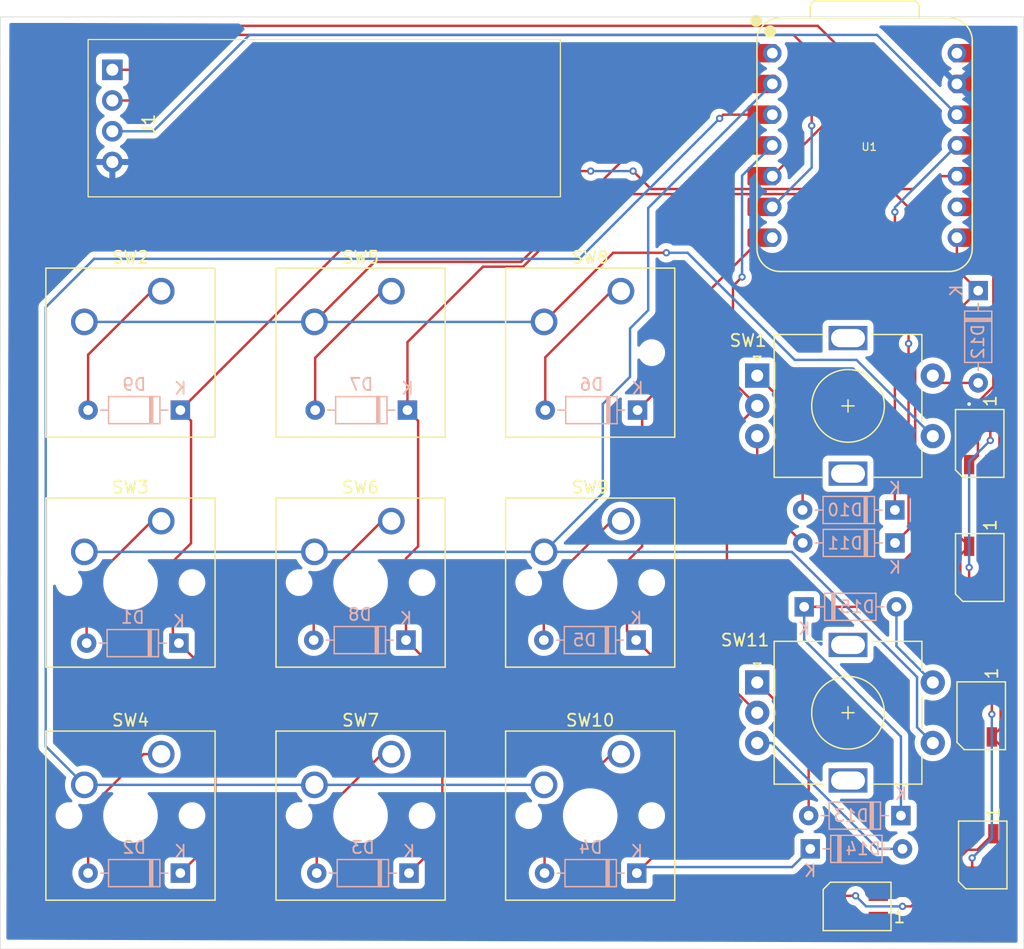
<source format=kicad_pcb>
(kicad_pcb (version 20241229) (generator "pcbnew") (generator_version "9.0")
  (layers (0 "F.Cu" signal) (2 "B.Cu" signal) (13 "F.Paste" user) (15 "B.Paste" user) (5 "F.SilkS" user "F.Silkscreen") (7 "B.SilkS" user "B.Silkscreen") (1 "F.Mask" user) (3 "B.Mask" user) (25 "Edge.Cuts" user))
  (net 0 "")
  (net 1 "Net-(D1-A)")
  (net 2 "R1")
  (net 3 "Net-(D2-A)")
  (net 4 "Net-(D3-A)")
  (net 5 "R2")
  (net 6 "Net-(D4-A)")
  (net 7 "R3")
  (net 8 "Net-(D5-A)")
  (net 9 "Net-(D6-A)")
  (net 10 "Net-(D7-A)")
  (net 11 "Net-(D8-A)")
  (net 12 "Net-(D9-A)")
  (net 13 "Net-(D10-A)")
  (net 14 "Net-(D11-A)")
  (net 15 "Net-(D12-A)")
  (net 16 "R4")
  (net 17 "Net-(D13-A)")
  (net 18 "Net-(D14-A)")
  (net 19 "Net-(D15-A)")
  (net 20 "5V")
  (net 21 "Net-(D16-DOUT)")
  (net 22 "GND")
  (net 23 "SCK")
  (net 24 "Net-(D17-DOUT)")
  (net 25 "Net-(D18-DOUT)")
  (net 26 "Net-(D19-DOUT)")
  (net 28 "SCL")
  (net 29 "SDA")
  (net 30 "3V3")
  (net 31 "C4")
  (net 32 "C1")
  (net 33 "C2")
  (net 34 "C3")
  (footprint "Rotary_Encoder:RotaryEncoder_Alps_EC11E-Switch_Vertical_H20mm" (layer "F.Cu") (at 181.25 79.5)
    (property "Reference" "SW11" (at -1 -3.5 0) (layer "F.SilkS"))
    (property "Value" "RotaryEncoder_Switch")
    (pad "A" thru_hole rect (at 0 0) (size 2 2) (drill 1) (layers "*.Cu" "*.Mask") (net 17 "Net-(D13-A)"))
    (pad "B" thru_hole circle (at 0 5) (size 2 2) (drill 1) (layers "*.Cu" "*.Mask") (net 18 "Net-(D14-A)"))
    (pad "C" thru_hole circle (at 0 2.5) (size 2 2) (drill 1) (layers "*.Cu" "*.Mask") (net 31 "C4"))
    (pad "MP" thru_hole rect (at 7.5 -3.1) (size 3.2 2) (drill oval 2.8 1.5) (layers "*.Cu" "*.Mask"))
    (pad "MP" thru_hole rect (at 7.5 8.1) (size 3.2 2) (drill oval 2.8 1.5) (layers "*.Cu" "*.Mask"))
    (pad "S1" thru_hole circle (at 14.5 5) (size 2 2) (drill 1) (layers "*.Cu" "*.Mask") (net 33 "C2"))
    (pad "S2" thru_hole circle (at 14.5 0) (size 2 2) (drill 1) (layers "*.Cu" "*.Mask") (net 19 "Net-(D15-A)"))
  )
  (footprint "Button_Switch_Keyboard:SW_Cherry_MX_1.00u_PCB" (layer "F.Cu") (at 132.04 85.42)
    (property "Reference" "SW4" (at -2.54 -2.794 0) (layer "F.SilkS"))
    (property "Value" "SW_Push")
    (pad "" np_thru_hole circle (at -7.62 5.08) (size 1.7 1.7) (drill 1.7) (layers "*.Cu" "*.Mask"))
    (pad "" np_thru_hole circle (at -2.54 5.08) (size 4 4) (drill 4) (layers "*.Cu" "*.Mask"))
    (pad "" np_thru_hole circle (at 2.54 5.08) (size 1.7 1.7) (drill 1.7) (layers "*.Cu" "*.Mask"))
    (pad "1" thru_hole circle (at 0 0) (size 2.2 2.2) (drill 1.5) (layers "*.Cu" "*.Mask") (net 3 "Net-(D2-A)"))
    (pad "2" thru_hole circle (at -6.35 2.54) (size 2.2 2.2) (drill 1.5) (layers "*.Cu" "*.Mask") (net 34 "C3"))
  )
  (footprint "Button_Switch_Keyboard:SW_Cherry_MX_1.00u_PCB" (layer "F.Cu") (at 170 66.17)
    (property "Reference" "SW9" (at -2.54 -2.794 0) (layer "F.SilkS"))
    (property "Value" "SW_Push")
    (pad "" np_thru_hole circle (at -7.62 5.08) (size 1.7 1.7) (drill 1.7) (layers "*.Cu" "*.Mask"))
    (pad "" np_thru_hole circle (at -2.54 5.08) (size 4 4) (drill 4) (layers "*.Cu" "*.Mask"))
    (pad "" np_thru_hole circle (at 2.54 5.08) (size 1.7 1.7) (drill 1.7) (layers "*.Cu" "*.Mask"))
    (pad "1" thru_hole circle (at 0 0) (size 2.2 2.2) (drill 1.5) (layers "*.Cu" "*.Mask") (net 8 "Net-(D5-A)"))
    (pad "2" thru_hole circle (at -6.35 2.54) (size 2.2 2.2) (drill 1.5) (layers "*.Cu" "*.Mask") (net 33 "C2"))
  )
  (footprint "LED_SMD:LED_SK6812MINI_PLCC4_3.5x3.5mm_P1.75mm" (layer "F.Cu") (at 199.625 70 -90)
    (property "Reference" "D17" (hide yes))
    (property "Value" "SK6812MINI")
    (fp_text user "1" (at -3.5 -0.875 90) (layer "F.SilkS"))
    (pad "1" smd rect (at -1.75 -0.875 270) (size 1.6 0.85) (layers "F.Cu" "F.Mask" "F.Paste") (net 24 "Net-(D17-DOUT)"))
    (pad "2" smd rect (at -1.75 0.875 270) (size 1.6 0.85) (layers "F.Cu" "F.Mask" "F.Paste") (net 22 "GND"))
    (pad "3" smd rect (at 1.75 0.875 270) (size 1.6 0.85) (layers "F.Cu" "F.Mask" "F.Paste") (net 21 "Net-(D16-DOUT)"))
    (pad "4" smd rect (at 1.75 -0.875 270) (size 1.6 0.85) (layers "F.Cu" "F.Mask" "F.Paste") (net 20 "5V"))
  )
  (footprint "Connector_PinHeader_2.54mm:PinHeader_1x04_P2.54mm_Vertical" (layer "F.Cu") (at 128 28.88)
    (property "Reference" "J1" (at 3 4.5 90) (layer "F.SilkS"))
    (property "Value" "OLED")
    (pad "1" thru_hole rect (at 0 0) (size 1.7 1.7) (drill 1) (layers "*.Cu" "*.Mask") (net 29 "SDA"))
    (pad "2" thru_hole oval (at 0 2.54) (size 1.7 1.7) (drill 1) (layers "*.Cu" "*.Mask") (net 28 "SCL"))
    (pad "3" thru_hole oval (at 0 5.08) (size 1.7 1.7) (drill 1) (layers "*.Cu" "*.Mask") (net 30 "3V3"))
    (pad "4" thru_hole oval (at 0 7.62) (size 1.7 1.7) (drill 1) (layers "*.Cu" "*.Mask") (net 22 "GND"))
  )
  (footprint "LED_SMD:LED_SK6812MINI_PLCC4_3.5x3.5mm_P1.75mm" (layer "F.Cu") (at 189.5 98 180)
    (property "Reference" "D20" (hide yes))
    (property "Value" "SK6812MINI")
    (fp_text user "1" (at -3.5 -0.875 0) (layer "F.SilkS"))
    (pad "1" smd rect (at -1.75 -0.875 180) (size 1.6 0.85) (layers "F.Cu" "F.Mask" "F.Paste"))
    (pad "2" smd rect (at -1.75 0.875 180) (size 1.6 0.85) (layers "F.Cu" "F.Mask" "F.Paste") (net 22 "GND"))
    (pad "3" smd rect (at 1.75 0.875 180) (size 1.6 0.85) (layers "F.Cu" "F.Mask" "F.Paste") (net 26 "Net-(D19-DOUT)"))
    (pad "4" smd rect (at 1.75 -0.875 180) (size 1.6 0.85) (layers "F.Cu" "F.Mask" "F.Paste") (net 20 "5V"))
  )
  (footprint "a:XIAO-RP2040-DIP" (layer "F.Cu") (at 190.12 35.13)
    (property "Reference" "U1" (at 0.38 0.12 0) (layer "F.SilkS") (effects (font (size 0.635 0.635) (thickness 0.1016))))
    (property "Value" "XIAO-RP2040-DIP")
    (pad "1" smd roundrect (at -8.455 -7.62 180) (size 2.432 1.524) (layers "F.Cu" "F.Mask") (roundrect_rratio 0.1) (net 32 "C1"))
    (pad "1" thru_hole circle (at -7.62 -7.62 180) (size 1.524 1.524) (drill 0.889) (layers "*.Cu" "*.Mask") (net 32 "C1"))
    (pad "2" smd roundrect (at -8.455 -5.08 180) (size 2.432 1.524) (layers "F.Cu" "F.Mask") (roundrect_rratio 0.1) (net 33 "C2"))
    (pad "2" thru_hole circle (at -7.62 -5.08 180) (size 1.524 1.524) (drill 0.889) (layers "*.Cu" "*.Mask") (net 33 "C2"))
    (pad "3" smd roundrect (at -8.455 -2.54 180) (size 2.432 1.524) (layers "F.Cu" "F.Mask") (roundrect_rratio 0.1) (net 34 "C3"))
    (pad "3" thru_hole circle (at -7.62 -2.54 180) (size 1.524 1.524) (drill 0.889) (layers "*.Cu" "*.Mask") (net 34 "C3"))
    (pad "4" smd roundrect (at -8.455 0 180) (size 2.432 1.524) (layers "F.Cu" "F.Mask") (roundrect_rratio 0.1) (net 31 "C4"))
    (pad "4" thru_hole circle (at -7.62 0 180) (size 1.524 1.524) (drill 0.889) (layers "*.Cu" "*.Mask") (net 31 "C4"))
    (pad "5" smd roundrect (at -8.455 2.54 180) (size 2.432 1.524) (layers "F.Cu" "F.Mask") (roundrect_rratio 0.1) (net 29 "SDA"))
    (pad "5" thru_hole circle (at -7.62 2.54 180) (size 1.524 1.524) (drill 0.889) (layers "*.Cu" "*.Mask") (net 29 "SDA"))
    (pad "6" smd roundrect (at -8.455 5.08 180) (size 2.432 1.524) (layers "F.Cu" "F.Mask") (roundrect_rratio 0.1) (net 28 "SCL"))
    (pad "6" thru_hole circle (at -7.62 5.08 180) (size 1.524 1.524) (drill 0.889) (layers "*.Cu" "*.Mask") (net 28 "SCL"))
    (pad "7" smd roundrect (at -8.455 7.62 180) (size 2.432 1.524) (layers "F.Cu" "F.Mask") (roundrect_rratio 0.1) (net 7 "R3"))
    (pad "7" thru_hole circle (at -7.62 7.62 180) (size 1.524 1.524) (drill 0.889) (layers "*.Cu" "*.Mask") (net 7 "R3"))
    (pad "8" thru_hole circle (at 7.62 7.62) (size 1.524 1.524) (drill 0.889) (layers "*.Cu" "*.Mask") (net 16 "R4"))
    (pad "8" smd roundrect (at 8.455 7.62) (size 2.432 1.524) (layers "F.Cu" "F.Mask") (roundrect_rratio 0.1) (net 16 "R4"))
    (pad "9" thru_hole circle (at 7.62 5.08) (size 1.524 1.524) (drill 0.889) (layers "*.Cu" "*.Mask") (net 23 "SCK"))
    (pad "9" smd roundrect (at 8.455 5.08) (size 2.432 1.524) (layers "F.Cu" "F.Mask") (roundrect_rratio 0.1) (net 23 "SCK"))
    (pad "10" thru_hole circle (at 7.62 2.54) (size 1.524 1.524) (drill 0.889) (layers "*.Cu" "*.Mask") (net 5 "R2"))
    (pad "10" smd roundrect (at 8.455 2.54) (size 2.432 1.524) (layers "F.Cu" "F.Mask") (roundrect_rratio 0.1) (net 5 "R2"))
    (pad "11" thru_hole circle (at 7.62 0) (size 1.524 1.524) (drill 0.889) (layers "*.Cu" "*.Mask") (net 2 "R1"))
    (pad "11" smd roundrect (at 8.455 0) (size 2.432 1.524) (layers "F.Cu" "F.Mask") (roundrect_rratio 0.1) (net 2 "R1"))
    (pad "12" thru_hole circle (at 7.62 -2.54) (size 1.524 1.524) (drill 0.889) (layers "*.Cu" "*.Mask") (net 30 "3V3"))
    (pad "12" smd roundrect (at 8.455 -2.54) (size 2.432 1.524) (layers "F.Cu" "F.Mask") (roundrect_rratio 0.1) (net 30 "3V3"))
    (pad "13" thru_hole circle (at 7.62 -5.08) (size 1.524 1.524) (drill 0.889) (layers "*.Cu" "*.Mask") (net 22 "GND"))
    (pad "13" smd roundrect (at 8.455 -5.08) (size 2.432 1.524) (layers "F.Cu" "F.Mask") (roundrect_rratio 0.1) (net 22 "GND"))
    (pad "14" thru_hole circle (at 7.62 -7.62) (size 1.524 1.524) (drill 0.889) (layers "*.Cu" "*.Mask") (net 20 "5V"))
    (pad "14" smd roundrect (at 8.455 -7.62) (size 2.432 1.524) (layers "F.Cu" "F.Mask") (roundrect_rratio 0.1) (net 20 "5V"))
  )
  (footprint "Button_Switch_Keyboard:SW_Cherry_MX_1.00u_PCB" (layer "F.Cu") (at 132.04 47.17)
    (property "Reference" "SW2" (at -2.54 -2.794 0) (layer "F.SilkS"))
    (property "Value" "SW_Push")
    (pad "" np_thru_hole circle (at -7.62 5.08) (size 1.7 1.7) (drill 1.7) (layers "*.Cu" "*.Mask"))
    (pad "" np_thru_hole circle (at -2.54 5.08) (size 4 4) (drill 4) (layers "*.Cu" "*.Mask"))
    (pad "" np_thru_hole circle (at 2.54 5.08) (size 1.7 1.7) (drill 1.7) (layers "*.Cu" "*.Mask"))
    (pad "1" thru_hole circle (at 0 0) (size 2.2 2.2) (drill 1.5) (layers "*.Cu" "*.Mask") (net 12 "Net-(D9-A)"))
    (pad "2" thru_hole circle (at -6.35 2.54) (size 2.2 2.2) (drill 1.5) (layers "*.Cu" "*.Mask") (net 32 "C1"))
  )
  (footprint "LED_SMD:LED_SK6812MINI_PLCC4_3.5x3.5mm_P1.75mm" (layer "F.Cu") (at 199.875 93.75 -90)
    (property "Reference" "D19" (hide yes))
    (property "Value" "SK6812MINI")
    (fp_text user "1" (at -3.5 -0.875 90) (layer "F.SilkS"))
    (pad "1" smd rect (at -1.75 -0.875 270) (size 1.6 0.85) (layers "F.Cu" "F.Mask" "F.Paste") (net 26 "Net-(D19-DOUT)"))
    (pad "2" smd rect (at -1.75 0.875 270) (size 1.6 0.85) (layers "F.Cu" "F.Mask" "F.Paste") (net 22 "GND"))
    (pad "3" smd rect (at 1.75 0.875 270) (size 1.6 0.85) (layers "F.Cu" "F.Mask" "F.Paste") (net 25 "Net-(D18-DOUT)"))
    (pad "4" smd rect (at 1.75 -0.875 270) (size 1.6 0.85) (layers "F.Cu" "F.Mask" "F.Paste") (net 20 "5V"))
  )
  (footprint "Button_Switch_Keyboard:SW_Cherry_MX_1.00u_PCB" (layer "F.Cu") (at 132.04 66.17)
    (property "Reference" "SW3" (at -2.54 -2.794 0) (layer "F.SilkS"))
    (property "Value" "SW_Push")
    (pad "" np_thru_hole circle (at -7.62 5.08) (size 1.7 1.7) (drill 1.7) (layers "*.Cu" "*.Mask"))
    (pad "" np_thru_hole circle (at -2.54 5.08) (size 4 4) (drill 4) (layers "*.Cu" "*.Mask"))
    (pad "" np_thru_hole circle (at 2.54 5.08) (size 1.7 1.7) (drill 1.7) (layers "*.Cu" "*.Mask"))
    (pad "1" thru_hole circle (at 0 0) (size 2.2 2.2) (drill 1.5) (layers "*.Cu" "*.Mask") (net 1 "Net-(D1-A)"))
    (pad "2" thru_hole circle (at -6.35 2.54) (size 2.2 2.2) (drill 1.5) (layers "*.Cu" "*.Mask") (net 33 "C2"))
  )
  (footprint "LED_SMD:LED_SK6812MINI_PLCC4_3.5x3.5mm_P1.75mm" (layer "F.Cu") (at 199.625 59.75 -90)
    (property "Reference" "D16" (hide yes))
    (property "Value" "SK6812MINI" (hide yes))
    (fp_text user "1" (at -3.5 -0.875 90) (layer "F.SilkS"))
    (pad "1" smd rect (at -1.75 -0.875 270) (size 1.6 0.85) (layers "F.Cu" "F.Mask" "F.Paste") (net 21 "Net-(D16-DOUT)"))
    (pad "2" smd rect (at -1.75 0.875 270) (size 1.6 0.85) (layers "F.Cu" "F.Mask" "F.Paste") (net 22 "GND"))
    (pad "3" smd rect (at 1.75 0.875 270) (size 1.6 0.85) (layers "F.Cu" "F.Mask" "F.Paste") (net 23 "SCK"))
    (pad "4" smd rect (at 1.75 -0.875 270) (size 1.6 0.85) (layers "F.Cu" "F.Mask" "F.Paste") (net 20 "5V"))
  )
  (footprint "Button_Switch_Keyboard:SW_Cherry_MX_1.00u_PCB" (layer "F.Cu") (at 170 85.42)
    (property "Reference" "SW10" (at -2.54 -2.794 0) (layer "F.SilkS"))
    (property "Value" "SW_Push")
    (pad "" np_thru_hole circle (at -7.62 5.08) (size 1.7 1.7) (drill 1.7) (layers "*.Cu" "*.Mask"))
    (pad "" np_thru_hole circle (at -2.54 5.08) (size 4 4) (drill 4) (layers "*.Cu" "*.Mask"))
    (pad "" np_thru_hole circle (at 2.54 5.08) (size 1.7 1.7) (drill 1.7) (layers "*.Cu" "*.Mask"))
    (pad "1" thru_hole circle (at 0 0) (size 2.2 2.2) (drill 1.5) (layers "*.Cu" "*.Mask") (net 6 "Net-(D4-A)"))
    (pad "2" thru_hole circle (at -6.35 2.54) (size 2.2 2.2) (drill 1.5) (layers "*.Cu" "*.Mask") (net 34 "C3"))
  )
  (footprint "Rotary_Encoder:RotaryEncoder_Alps_EC11E-Switch_Vertical_H20mm" (layer "F.Cu") (at 181.25 54.15)
    (property "Reference" "SW1" (at -0.75 -2.9 0) (layer "F.SilkS"))
    (property "Value" "RotaryEncoder_Switch")
    (pad "A" thru_hole rect (at 0 0) (size 2 2) (drill 1) (layers "*.Cu" "*.Mask") (net 13 "Net-(D10-A)"))
    (pad "B" thru_hole circle (at 0 5) (size 2 2) (drill 1) (layers "*.Cu" "*.Mask") (net 14 "Net-(D11-A)"))
    (pad "C" thru_hole circle (at 0 2.5) (size 2 2) (drill 1) (layers "*.Cu" "*.Mask") (net 31 "C4"))
    (pad "MP" thru_hole rect (at 7.5 -3.1) (size 3.2 2) (drill oval 2.8 1.5) (layers "*.Cu" "*.Mask"))
    (pad "MP" thru_hole rect (at 7.5 8.1) (size 3.2 2) (drill oval 2.8 1.5) (layers "*.Cu" "*.Mask"))
    (pad "S1" thru_hole circle (at 14.5 5) (size 2 2) (drill 1) (layers "*.Cu" "*.Mask") (net 32 "C1"))
    (pad "S2" thru_hole circle (at 14.5 0) (size 2 2) (drill 1) (layers "*.Cu" "*.Mask") (net 15 "Net-(D12-A)"))
  )
  (footprint "Button_Switch_Keyboard:SW_Cherry_MX_1.00u_PCB" (layer "F.Cu") (at 170 47.17)
    (property "Reference" "SW8" (at -2.54 -2.794 0) (layer "F.SilkS"))
    (property "Value" "SW_Push")
    (pad "" np_thru_hole circle (at -7.62 5.08) (size 1.7 1.7) (drill 1.7) (layers "*.Cu" "*.Mask"))
    (pad "" np_thru_hole circle (at -2.54 5.08) (size 4 4) (drill 4) (layers "*.Cu" "*.Mask"))
    (pad "" np_thru_hole circle (at 2.54 5.08) (size 1.7 1.7) (drill 1.7) (layers "*.Cu" "*.Mask"))
    (pad "1" thru_hole circle (at 0 0) (size 2.2 2.2) (drill 1.5) (layers "*.Cu" "*.Mask") (net 9 "Net-(D6-A)"))
    (pad "2" thru_hole circle (at -6.35 2.54) (size 2.2 2.2) (drill 1.5) (layers "*.Cu" "*.Mask") (net 32 "C1"))
  )
  (footprint "Button_Switch_Keyboard:SW_Cherry_MX_1.00u_PCB" (layer "F.Cu") (at 151.04 85.42)
    (property "Reference" "SW7" (at -2.54 -2.794 0) (layer "F.SilkS"))
    (property "Value" "SW_Push")
    (pad "" np_thru_hole circle (at -7.62 5.08) (size 1.7 1.7) (drill 1.7) (layers "*.Cu" "*.Mask"))
    (pad "" np_thru_hole circle (at -2.54 5.08) (size 4 4) (drill 4) (layers "*.Cu" "*.Mask"))
    (pad "" np_thru_hole circle (at 2.54 5.08) (size 1.7 1.7) (drill 1.7) (layers "*.Cu" "*.Mask"))
    (pad "1" thru_hole circle (at 0 0) (size 2.2 2.2) (drill 1.5) (layers "*.Cu" "*.Mask") (net 4 "Net-(D3-A)"))
    (pad "2" thru_hole circle (at -6.35 2.54) (size 2.2 2.2) (drill 1.5) (layers "*.Cu" "*.Mask") (net 34 "C3"))
  )
  (footprint "LED_SMD:LED_SK6812MINI_PLCC4_3.5x3.5mm_P1.75mm" (layer "F.Cu") (at 199.75 82.25 -90)
    (property "Reference" "D18" (hide yes))
    (property "Value" "SK6812MINI")
    (fp_text user "1" (at -3.5 -0.875 90) (layer "F.SilkS"))
    (pad "1" smd rect (at -1.75 -0.875 270) (size 1.6 0.85) (layers "F.Cu" "F.Mask" "F.Paste") (net 25 "Net-(D18-DOUT)"))
    (pad "2" smd rect (at -1.75 0.875 270) (size 1.6 0.85) (layers "F.Cu" "F.Mask" "F.Paste") (net 22 "GND"))
    (pad "3" smd rect (at 1.75 0.875 270) (size 1.6 0.85) (layers "F.Cu" "F.Mask" "F.Paste") (net 24 "Net-(D17-DOUT)"))
    (pad "4" smd rect (at 1.75 -0.875 270) (size 1.6 0.85) (layers "F.Cu" "F.Mask" "F.Paste") (net 20 "5V"))
  )
  (footprint "Button_Switch_Keyboard:SW_Cherry_MX_1.00u_PCB" (layer "F.Cu") (at 151.04 66.17)
    (property "Reference" "SW6" (at -2.54 -2.794 0) (layer "F.SilkS"))
    (property "Value" "SW_Push")
    (pad "" np_thru_hole circle (at -7.62 5.08) (size 1.7 1.7) (drill 1.7) (layers "*.Cu" "*.Mask"))
    (pad "" np_thru_hole circle (at -2.54 5.08) (size 4 4) (drill 4) (layers "*.Cu" "*.Mask"))
    (pad "" np_thru_hole circle (at 2.54 5.08) (size 1.7 1.7) (drill 1.7) (layers "*.Cu" "*.Mask"))
    (pad "1" thru_hole circle (at 0 0) (size 2.2 2.2) (drill 1.5) (layers "*.Cu" "*.Mask") (net 11 "Net-(D8-A)"))
    (pad "2" thru_hole circle (at -6.35 2.54) (size 2.2 2.2) (drill 1.5) (layers "*.Cu" "*.Mask") (net 33 "C2"))
  )
  (footprint "Button_Switch_Keyboard:SW_Cherry_MX_1.00u_PCB" (layer "F.Cu") (at 151.04 47.17)
    (property "Reference" "SW5" (at -2.54 -2.794 0) (layer "F.SilkS"))
    (property "Value" "SW_Push")
    (pad "" np_thru_hole circle (at -7.62 5.08) (size 1.7 1.7) (drill 1.7) (layers "*.Cu" "*.Mask"))
    (pad "" np_thru_hole circle (at -2.54 5.08) (size 4 4) (drill 4) (layers "*.Cu" "*.Mask"))
    (pad "" np_thru_hole circle (at 2.54 5.08) (size 1.7 1.7) (drill 1.7) (layers "*.Cu" "*.Mask"))
    (pad "1" thru_hole circle (at 0 0) (size 2.2 2.2) (drill 1.5) (layers "*.Cu" "*.Mask") (net 10 "Net-(D7-A)"))
    (pad "2" thru_hole circle (at -6.35 2.54) (size 2.2 2.2) (drill 1.5) (layers "*.Cu" "*.Mask") (net 32 "C1"))
  )
  (footprint "Diode_THT:D_DO-35_SOD27_P7.62mm_Horizontal" (layer "B.Cu") (at 133.5 76.25 180)
    (property "Reference" "D1" (at 3.81 2.12 0) (layer "B.SilkS") (effects (justify mirror)))
    (property "Value" "1N4148")
    (fp_text user "K" (at 0 1.8 0) (layer "B.SilkS") (effects (justify mirror)))
    (pad "1" thru_hole rect (at 0 0 180) (size 1.6 1.6) (drill 0.8) (layers "*.Cu" "*.Mask") (net 2 "R1"))
    (pad "2" thru_hole oval (at 7.62 0 180) (size 1.6 1.6) (drill 0.8) (layers "*.Cu" "*.Mask") (net 1 "Net-(D1-A)"))
  )
  (footprint "Diode_THT:D_DO-35_SOD27_P7.62mm_Horizontal" (layer "B.Cu") (at 185.13 73.25)
    (property "Reference" "D15" (at 4.37 0 0) (layer "B.SilkS") (effects (justify mirror)))
    (property "Value" "1N4148")
    (fp_text user "K" (at 0 1.8 0) (layer "B.SilkS") (effects (justify mirror)))
    (pad "1" thru_hole rect (at 0 0) (size 1.6 1.6) (drill 0.8) (layers "*.Cu" "*.Mask") (net 16 "R4"))
    (pad "2" thru_hole oval (at 7.62 0) (size 1.6 1.6) (drill 0.8) (layers "*.Cu" "*.Mask") (net 19 "Net-(D15-A)"))
  )
  (footprint "Diode_THT:D_DO-35_SOD27_P7.62mm_Horizontal" (layer "B.Cu") (at 171.37 57 180)
    (property "Reference" "D6" (at 3.81 2.12 0) (layer "B.SilkS") (effects (justify mirror)))
    (property "Value" "1N4148")
    (fp_text user "K" (at 0 1.8 0) (layer "B.SilkS") (effects (justify mirror)))
    (pad "1" thru_hole rect (at 0 0 180) (size 1.6 1.6) (drill 0.8) (layers "*.Cu" "*.Mask") (net 7 "R3"))
    (pad "2" thru_hole oval (at 7.62 0 180) (size 1.6 1.6) (drill 0.8) (layers "*.Cu" "*.Mask") (net 9 "Net-(D6-A)"))
  )
  (footprint "Diode_THT:D_DO-35_SOD27_P7.62mm_Horizontal" (layer "B.Cu") (at 133.62 95.25 180)
    (property "Reference" "D2" (at 3.81 2.12 0) (layer "B.SilkS") (effects (justify mirror)))
    (property "Value" "1N4148")
    (fp_text user "K" (at 0 1.8 0) (layer "B.SilkS") (effects (justify mirror)))
    (pad "1" thru_hole rect (at 0 0 180) (size 1.6 1.6) (drill 0.8) (layers "*.Cu" "*.Mask") (net 2 "R1"))
    (pad "2" thru_hole oval (at 7.62 0 180) (size 1.6 1.6) (drill 0.8) (layers "*.Cu" "*.Mask") (net 3 "Net-(D2-A)"))
  )
  (footprint "Diode_THT:D_DO-35_SOD27_P7.62mm_Horizontal" (layer "B.Cu") (at 171.25 76 180)
    (property "Reference" "D5" (at 4.25 0 0) (layer "B.SilkS") (effects (justify mirror)))
    (property "Value" "1N4148")
    (fp_text user "K" (at 0 1.8 0) (layer "B.SilkS") (effects (justify mirror)))
    (pad "1" thru_hole rect (at 0 0 180) (size 1.6 1.6) (drill 0.8) (layers "*.Cu" "*.Mask") (net 7 "R3"))
    (pad "2" thru_hole oval (at 7.62 0 180) (size 1.6 1.6) (drill 0.8) (layers "*.Cu" "*.Mask") (net 8 "Net-(D5-A)"))
  )
  (footprint "Diode_THT:D_DO-35_SOD27_P7.62mm_Horizontal" (layer "B.Cu") (at 185.63 93.25)
    (property "Reference" "D14" (at 4.37 0 0) (layer "B.SilkS") (effects (justify mirror)))
    (property "Value" "1N4148")
    (fp_text user "K" (at 0 1.8 0) (layer "B.SilkS") (effects (justify mirror)))
    (pad "1" thru_hole rect (at 0 0) (size 1.6 1.6) (drill 0.8) (layers "*.Cu" "*.Mask") (net 7 "R3"))
    (pad "2" thru_hole oval (at 7.62 0) (size 1.6 1.6) (drill 0.8) (layers "*.Cu" "*.Mask") (net 18 "Net-(D14-A)"))
  )
  (footprint "Diode_THT:D_DO-35_SOD27_P7.62mm_Horizontal" (layer "B.Cu") (at 192.62 65.25 180)
    (property "Reference" "D10" (at 4.12 0 0) (layer "B.SilkS") (effects (justify mirror)))
    (property "Value" "1N4148")
    (fp_text user "K" (at 0 1.8 0) (layer "B.SilkS") (effects (justify mirror)))
    (pad "1" thru_hole rect (at 0 0 180) (size 1.6 1.6) (drill 0.8) (layers "*.Cu" "*.Mask") (net 2 "R1"))
    (pad "2" thru_hole oval (at 7.62 0 180) (size 1.6 1.6) (drill 0.8) (layers "*.Cu" "*.Mask") (net 13 "Net-(D10-A)"))
  )
  (footprint "Diode_THT:D_DO-35_SOD27_P7.62mm_Horizontal" (layer "B.Cu") (at 199.5 47.13 -90)
    (property "Reference" "D12" (at 4.217995 0.023704 90) (layer "B.SilkS") (effects (justify mirror)))
    (property "Value" "1N4148")
    (fp_text user "K" (at 0 1.8 90) (layer "B.SilkS") (effects (justify mirror)))
    (pad "1" thru_hole rect (at 0 0 270) (size 1.6 1.6) (drill 0.8) (layers "*.Cu" "*.Mask") (net 16 "R4"))
    (pad "2" thru_hole oval (at 7.62 0 270) (size 1.6 1.6) (drill 0.8) (layers "*.Cu" "*.Mask") (net 15 "Net-(D12-A)"))
  )
  (footprint "Diode_THT:D_DO-35_SOD27_P7.62mm_Horizontal" (layer "B.Cu") (at 171.31 95.25 180)
    (property "Reference" "D4" (at 3.81 2.12 0) (layer "B.SilkS") (effects (justify mirror)))
    (property "Value" "1N4148")
    (fp_text user "K" (at 0 1.8 0) (layer "B.SilkS") (effects (justify mirror)))
    (pad "1" thru_hole rect (at 0 0 180) (size 1.6 1.6) (drill 0.8) (layers "*.Cu" "*.Mask") (net 7 "R3"))
    (pad "2" thru_hole oval (at 7.62 0 180) (size 1.6 1.6) (drill 0.8) (layers "*.Cu" "*.Mask") (net 6 "Net-(D4-A)"))
  )
  (footprint "Diode_THT:D_DO-35_SOD27_P7.62mm_Horizontal" (layer "B.Cu") (at 152.37 57 180)
    (property "Reference" "D7" (at 3.81 2.12 0) (layer "B.SilkS") (effects (justify mirror)))
    (property "Value" "1N4148")
    (fp_text user "K" (at 0 1.8 0) (layer "B.SilkS") (effects (justify mirror)))
    (pad "1" thru_hole rect (at 0 0 180) (size 1.6 1.6) (drill 0.8) (layers "*.Cu" "*.Mask") (net 5 "R2"))
    (pad "2" thru_hole oval (at 7.62 0 180) (size 1.6 1.6) (drill 0.8) (layers "*.Cu" "*.Mask") (net 10 "Net-(D7-A)"))
  )
  (footprint "Diode_THT:D_DO-35_SOD27_P7.62mm_Horizontal" (layer "B.Cu") (at 133.62 57 180)
    (property "Reference" "D9" (at 3.81 2.12 0) (layer "B.SilkS") (effects (justify mirror)))
    (property "Value" "1N4148")
    (fp_text user "K" (at 0 1.8 0) (layer "B.SilkS") (effects (justify mirror)))
    (pad "1" thru_hole rect (at 0 0 180) (size 1.6 1.6) (drill 0.8) (layers "*.Cu" "*.Mask") (net 2 "R1"))
    (pad "2" thru_hole oval (at 7.62 0 180) (size 1.6 1.6) (drill 0.8) (layers "*.Cu" "*.Mask") (net 12 "Net-(D9-A)"))
  )
  (footprint "Diode_THT:D_DO-35_SOD27_P7.62mm_Horizontal" (layer "B.Cu") (at 193.12 90.5 180)
    (property "Reference" "D13" (at 4.12 0 0) (layer "B.SilkS") (effects (justify mirror)))
    (property "Value" "1N4148")
    (fp_text user "K" (at 0 1.8 0) (layer "B.SilkS") (effects (justify mirror)))
    (pad "1" thru_hole rect (at 0 0 180) (size 1.6 1.6) (drill 0.8) (layers "*.Cu" "*.Mask") (net 16 "R4"))
    (pad "2" thru_hole oval (at 7.62 0 180) (size 1.6 1.6) (drill 0.8) (layers "*.Cu" "*.Mask") (net 17 "Net-(D13-A)"))
  )
  (footprint "Diode_THT:D_DO-35_SOD27_P7.62mm_Horizontal" (layer "B.Cu") (at 152.25 76 180)
    (property "Reference" "D8" (at 3.81 2.12 0) (layer "B.SilkS") (effects (justify mirror)))
    (property "Value" "1N4148")
    (fp_text user "K" (at 0 1.8 0) (layer "B.SilkS") (effects (justify mirror)))
    (pad "1" thru_hole rect (at 0 0 180) (size 1.6 1.6) (drill 0.8) (layers "*.Cu" "*.Mask") (net 5 "R2"))
    (pad "2" thru_hole oval (at 7.62 0 180) (size 1.6 1.6) (drill 0.8) (layers "*.Cu" "*.Mask") (net 11 "Net-(D8-A)"))
  )
  (footprint "Diode_THT:D_DO-35_SOD27_P7.62mm_Horizontal" (layer "B.Cu") (at 152.5 95.25 180)
    (property "Reference" "D3" (at 3.81 2.12 0) (layer "B.SilkS") (effects (justify mirror)))
    (property "Value" "1N4148")
    (fp_text user "K" (at 0 1.8 0) (layer "B.SilkS") (effects (justify mirror)))
    (pad "1" thru_hole rect (at 0 0 180) (size 1.6 1.6) (drill 0.8) (layers "*.Cu" "*.Mask") (net 5 "R2"))
    (pad "2" thru_hole oval (at 7.62 0 180) (size 1.6 1.6) (drill 0.8) (layers "*.Cu" "*.Mask") (net 4 "Net-(D3-A)"))
  )
  (footprint "Diode_THT:D_DO-35_SOD27_P7.62mm_Horizontal" (layer "B.Cu") (at 192.631546 67.971381 180)
    (property "Reference" "D11" (at 4.131546 -0.028619 0) (layer "B.SilkS") (effects (justify mirror)))
    (property "Value" "1N4148")
    (fp_text user "K" (at 0 -2.028619 0) (layer "B.SilkS") (effects (justify mirror)))
    (pad "1" thru_hole rect (at 0 0 180) (size 1.6 1.6) (drill 0.8) (layers "*.Cu" "*.Mask") (net 5 "R2"))
    (pad "2" thru_hole oval (at 7.62 0 180) (size 1.6 1.6) (drill 0.8) (layers "*.Cu" "*.Mask") (net 14 "Net-(D11-A)"))
  )
  (gr_rect (start 118.75 24.512158) (end 203.268291 101.5) (stroke (width 0.05)) (fill no) (layer "Edge.Cuts"))
  (segment (start 131.256598 66.17) (end 132.04 66.17) (width 0.2) (layer "F.Cu") (net 1))
  (segment (start 125.88 76.25) (end 125.88 71.546598) (width 0.2) (layer "F.Cu") (net 1))
  (segment (start 125.88 71.546598) (end 131.256598 66.17) (width 0.2) (layer "F.Cu") (net 1))
  (segment (start 136.5 92.37) (end 136.5 79.25) (width 0.2) (layer "F.Cu") (net 2))
  (segment (start 192.75 38.732) (end 194.138 38.732) (width 0.2) (layer "F.Cu") (net 2))
  (segment (start 153.37 37.25) (end 167.5 37.25) (width 0.2) (layer "F.Cu") (net 2))
  (segment (start 134.5 68) (end 133 69.5) (width 0.2) (layer "F.Cu") (net 2))
  (segment (start 133.62 57) (end 153.37 37.25) (width 0.2) (layer "F.Cu") (net 2))
  (segment (start 133.62 57) (end 134.5 57.88) (width 0.2) (layer "F.Cu") (net 2))
  (segment (start 133.62 95.25) (end 136.5 92.37) (width 0.2) (layer "F.Cu") (net 2))
  (segment (start 133 75.75) (end 133.5 76.25) (width 0.2) (layer "F.Cu") (net 2))
  (segment (start 134.5 57.88) (end 134.5 68) (width 0.2) (layer "F.Cu") (net 2))
  (segment (start 136.5 79.25) (end 133.5 76.25) (width 0.2) (layer "F.Cu") (net 2))
  (segment (start 192.62 65.25) (end 192.62 40.63) (width 0.2) (layer "F.Cu") (net 2))
  (segment (start 194.138 38.732) (end 197.74 35.13) (width 0.2) (layer "F.Cu") (net 2))
  (segment (start 172.482 38.732) (end 192.75 38.732) (width 0.2) (layer "F.Cu") (net 2))
  (segment (start 133 69.5) (end 133 75.75) (width 0.2) (layer "F.Cu") (net 2))
  (segment (start 171 37.25) (end 172.482 38.732) (width 0.2) (layer "F.Cu") (net 2))
  (via (at 171 37.25) (size 0.6) (drill 0.3) (layers "F.Cu" "B.Cu") (net 2))
  (via (at 167.5 37.25) (size 0.6) (drill 0.3) (layers "F.Cu" "B.Cu") (net 2))
  (via (at 192.62 40.63) (size 0.6) (drill 0.3) (layers "F.Cu" "B.Cu") (net 2))
  (segment (start 192.62 40.63) (end 192.62 40.25) (width 0.2) (layer "B.Cu") (net 2))
  (segment (start 192.62 40.25) (end 197.74 35.13) (width 0.2) (layer "B.Cu") (net 2))
  (segment (start 167.5 37.25) (end 171 37.25) (width 0.2) (layer "B.Cu") (net 2))
  (segment (start 126 90) (end 126 95.25) (width 0.2) (layer "F.Cu") (net 3))
  (segment (start 130.58 85.42) (end 126 90) (width 0.2) (layer "F.Cu") (net 3))
  (segment (start 132.04 85.42) (end 130.58 85.42) (width 0.2) (layer "F.Cu") (net 3))
  (segment (start 150.256598 85.42) (end 144.88 90.796598) (width 0.2) (layer "F.Cu") (net 4))
  (segment (start 144.88 90.796598) (end 144.88 95.25) (width 0.2) (layer "F.Cu") (net 4))
  (segment (start 151.04 85.42) (end 150.256598 85.42) (width 0.2) (layer "F.Cu") (net 4))
  (segment (start 155.25 79) (end 152.25 76) (width 0.2) (layer "F.Cu") (net 5))
  (segment (start 193.75 66.852927) (end 193.75 51.5) (width 0.2) (layer "F.Cu") (net 5))
  (segment (start 153.25 68.25) (end 153.25 57.88) (width 0.2) (layer "F.Cu") (net 5))
  (segment (start 192.648 39.148) (end 193.75 40.25) (width 0.2) (layer "F.Cu") (net 5))
  (segment (start 152.37 57) (end 152.37 51.38) (width 0.2) (layer "F.Cu") (net 5))
  (segment (start 161.915686 45.15) (end 167.917686 39.148) (width 0.2) (layer "F.Cu") (net 5))
  (segment (start 167.917686 39.148) (end 192.648 39.148) (width 0.2) (layer "F.Cu") (net 5))
  (segment (start 152.5 95.25) (end 155.25 92.5) (width 0.2) (layer "F.Cu") (net 5))
  (segment (start 155.25 92.5) (end 155.25 79) (width 0.2) (layer "F.Cu") (net 5))
  (segment (start 152.37 51.38) (end 158.6 45.15) (width 0.2) (layer "F.Cu") (net 5))
  (segment (start 192.631546 67.971381) (end 193.75 66.852927) (width 0.2) (layer "F.Cu") (net 5))
  (segment (start 193.75 40.25) (end 193.75 41.66) (width 0.2) (layer "F.Cu") (net 5))
  (segment (start 153.25 57.88) (end 152.37 57) (width 0.2) (layer "F.Cu") (net 5))
  (segment (start 158.6 45.15) (end 161.915686 45.15) (width 0.2) (layer "F.Cu") (net 5))
  (segment (start 196.33 37.67) (end 193.75 40.25) (width 0.2) (layer "F.Cu") (net 5))
  (segment (start 152.25 69.25) (end 153.25 68.25) (width 0.2) (layer "F.Cu") (net 5))
  (segment (start 197.74 37.67) (end 196.33 37.67) (width 0.2) (layer "F.Cu") (net 5))
  (segment (start 152.25 76) (end 152.25 69.25) (width 0.2) (layer "F.Cu") (net 5))
  (segment (start 193.75 41.66) (end 193.75 51.5) (width 0.2) (layer "F.Cu") (net 5))
  (via (at 193.75 51.5) (size 0.6) (drill 0.3) (layers "F.Cu" "B.Cu") (net 5))
  (segment (start 193.75 51.5) (end 193.75 51.46) (width 0.2) (layer "B.Cu") (net 5))
  (segment (start 163.69 90.946598) (end 163.69 95.25) (width 0.2) (layer "F.Cu") (net 6))
  (segment (start 170 85.42) (end 169.216598 85.42) (width 0.2) (layer "F.Cu") (net 6))
  (segment (start 169.216598 85.42) (end 163.69 90.946598) (width 0.2) (layer "F.Cu") (net 6))
  (segment (start 171.37 57) (end 176 52.37) (width 0.2) (layer "F.Cu") (net 7))
  (segment (start 176 52.37) (end 176 48.415) (width 0.2) (layer "F.Cu") (net 7))
  (segment (start 176 48.415) (end 181.665 42.75) (width 0.2) (layer "F.Cu") (net 7))
  (segment (start 171.25 76) (end 173.74 78.49) (width 0.2) (layer "F.Cu") (net 7))
  (segment (start 170.5 69.5) (end 171.75 68.25) (width 0.2) (layer "F.Cu") (net 7))
  (segment (start 170.5 75.25) (end 170.5 69.5) (width 0.2) (layer "F.Cu") (net 7))
  (segment (start 173.74 78.49) (end 173.74 92.82) (width 0.2) (layer "F.Cu") (net 7))
  (segment (start 171.75 68.25) (end 171.75 57.38) (width 0.2) (layer "F.Cu") (net 7))
  (segment (start 171.75 57.38) (end 171.37 57) (width 0.2) (layer "F.Cu") (net 7))
  (segment (start 171.25 76) (end 170.5 75.25) (width 0.2) (layer "F.Cu") (net 7))
  (segment (start 173.74 92.82) (end 171.31 95.25) (width 0.2) (layer "F.Cu") (net 7))
  (segment (start 185.63 93.25) (end 184.13 94.75) (width 0.2) (layer "B.Cu") (net 7))
  (segment (start 184.13 94.75) (end 171.81 94.75) (width 0.2) (layer "B.Cu") (net 7))
  (segment (start 171.81 94.75) (end 171.31 95.25) (width 0.2) (layer "B.Cu") (net 7))
  (segment (start 163.63 71.756598) (end 163.63 76) (width 0.2) (layer "F.Cu") (net 8))
  (segment (start 169.216598 66.17) (end 163.63 71.756598) (width 0.2) (layer "F.Cu") (net 8))
  (segment (start 170 66.17) (end 169.216598 66.17) (width 0.2) (layer "F.Cu") (net 8))
  (segment (start 163.75 52.636598) (end 163.75 57) (width 0.2) (layer "F.Cu") (net 9))
  (segment (start 170 47.17) (end 169.216598 47.17) (width 0.2) (layer "F.Cu") (net 9))
  (segment (start 169.216598 47.17) (end 163.75 52.636598) (width 0.2) (layer "F.Cu") (net 9))
  (segment (start 150.256598 47.17) (end 144.75 52.676598) (width 0.2) (layer "F.Cu") (net 10))
  (segment (start 144.75 52.676598) (end 144.75 57) (width 0.2) (layer "F.Cu") (net 10))
  (segment (start 151.04 47.17) (end 150.256598 47.17) (width 0.2) (layer "F.Cu") (net 10))
  (segment (start 144.63 76) (end 144.63 71.796598) (width 0.2) (layer "F.Cu") (net 11))
  (segment (start 150.256598 66.17) (end 151.04 66.17) (width 0.2) (layer "F.Cu") (net 11))
  (segment (start 144.63 71.796598) (end 150.256598 66.17) (width 0.2) (layer "F.Cu") (net 11))
  (segment (start 132.04 47.17) (end 131.256598 47.17) (width 0.2) (layer "F.Cu") (net 12))
  (segment (start 126 52.426598) (end 126 57) (width 0.2) (layer "F.Cu") (net 12))
  (segment (start 131.256598 47.17) (end 126 52.426598) (width 0.2) (layer "F.Cu") (net 12))
  (segment (start 185 57.9) (end 185 65.25) (width 0.2) (layer "F.Cu") (net 13))
  (segment (start 181.25 54.15) (end 185 57.9) (width 0.2) (layer "F.Cu") (net 13))
  (segment (start 181.25 64.209835) (end 185.011546 67.971381) (width 0.2) (layer "F.Cu") (net 14))
  (segment (start 181.25 59.15) (end 181.25 64.209835) (width 0.2) (layer "F.Cu") (net 14))
  (segment (start 199.5 54.75) (end 196.35 54.75) (width 0.2) (layer "F.Cu") (net 15))
  (segment (start 196.35 54.75) (end 195.75 54.15) (width 0.2) (layer "F.Cu") (net 15))
  (segment (start 189.552927 73.25) (end 194.297808 68.505119) (width 0.2) (layer "F.Cu") (net 16))
  (segment (start 194.297808 68.505119) (end 194.297808 52.332192) (width 0.2) (layer "F.Cu") (net 16))
  (segment (start 197.74 45.37) (end 199.5 47.13) (width 0.2) (layer "F.Cu") (net 16))
  (segment (start 194.297808 52.332192) (end 199.5 47.13) (width 0.2) (layer "F.Cu") (net 16))
  (segment (start 197.74 42.75) (end 197.74 45.37) (width 0.2) (layer "F.Cu") (net 16))
  (segment (start 185.13 73.25) (end 189.552927 73.25) (width 0.2) (layer "F.Cu") (net 16))
  (segment (start 193.12 90.5) (end 193.12 83.97) (width 0.2) (layer "B.Cu") (net 16))
  (segment (start 193.12 83.97) (end 185.13 75.98) (width 0.2) (layer "B.Cu") (net 16))
  (segment (start 185.13 75.98) (end 185.13 73.25) (width 0.2) (layer "B.Cu") (net 16))
  (segment (start 181.25 79.5) (end 185.5 83.75) (width 0.2) (layer "F.Cu") (net 17))
  (segment (start 185.5 83.75) (end 185.5 90.5) (width 0.2) (layer "F.Cu") (net 17))
  (segment (start 193.25 93.25) (end 191.2 93.25) (width 0.2) (layer "B.Cu") (net 18))
  (segment (start 182.45 84.5) (end 181.25 84.5) (width 0.2) (layer "B.Cu") (net 18))
  (segment (start 191.2 93.25) (end 182.45 84.5) (width 0.2) (layer "B.Cu") (net 18))
  (segment (start 192.75 73.25) (end 192.75 76.5) (width 0.2) (layer "B.Cu") (net 19))
  (segment (start 192.75 76.5) (end 195.75 79.5) (width 0.2) (layer "B.Cu") (net 19))
  (segment (start 201.75 85.125) (end 200.625 84) (width 0.2) (layer "F.Cu") (net 20))
  (segment (start 201.225 71.025) (end 200.5 71.75) (width 0.2) (layer "F.Cu") (net 20))
  (segment (start 200.5 61.5) (end 201.25 60.75) (width 0.2) (layer "F.Cu") (net 20))
  (segment (start 200.5 61.5) (end 201.225 62.225) (width 0.2) (layer "F.Cu") (net 20))
  (segment (start 200.75 95.5) (end 196.25 100) (width 0.2) (layer "F.Cu") (net 20))
  (segment (start 188.875 100) (end 187.75 98.875) (width 0.2) (layer "F.Cu") (net 20))
  (segment (start 201.35 83.275) (end 201.35 72.6) (width 0.2) (layer "F.Cu") (net 20))
  (segment (start 201.75 94.5) (end 201.75 85.125) (width 0.2) (layer "F.Cu") (net 20))
  (segment (start 200.625 84) (end 201.35 83.275) (width 0.2) (layer "F.Cu") (net 20))
  (segment (start 196.25 100) (end 188.875 100) (width 0.2) (layer "F.Cu") (net 20))
  (segment (start 201.25 60.75) (end 201.25 30.185) (width 0.2) (layer "F.Cu") (net 20))
  (segment (start 200.75 95.5) (end 201.75 94.5) (width 0.2) (layer "F.Cu") (net 20))
  (segment (start 201.225 62.225) (end 201.225 71.025) (width 0.2) (layer "F.Cu") (net 20))
  (segment (start 201.35 72.6) (end 200.5 71.75) (width 0.2) (layer "F.Cu") (net 20))
  (segment (start 201.25 30.185) (end 198.575 27.51) (width 0.2) (layer "F.Cu") (net 20))
  (segment (start 200.5 58) (end 200.5 59.5) (width 0.2) (layer "F.Cu") (net 21))
  (segment (start 198.75 71.75) (end 198.75 70) (width 0.2) (layer "F.Cu") (net 21))
  (via (at 198.75 70) (size 0.6) (drill 0.3) (layers "F.Cu" "B.Cu") (net 21))
  (via (at 200.5 59.5) (size 0.6) (drill 0.3) (layers "F.Cu" "B.Cu") (net 21))
  (segment (start 198.75 70) (end 198.75 61.25) (width 0.2) (layer "B.Cu") (net 21))
  (segment (start 198.75 61.25) (end 200.5 59.5) (width 0.2) (layer "B.Cu") (net 21))
  (segment (start 198.875 80.5) (end 198.025 79.65) (width 0.2) (layer "F.Cu") (net 22))
  (segment (start 198.15 91.15) (end 198.15 81.225) (width 0.2) (layer "F.Cu") (net 22))
  (segment (start 198.025 79.65) (end 198.025 68.975) (width 0.2) (layer "F.Cu") (net 22))
  (segment (start 198.025 58.713478) (end 198.025 67.525) (width 0.2) (layer "F.Cu") (net 22))
  (segment (start 198.75 58) (end 198.75 56.5) (width 0.2) (layer "F.Cu") (net 22))
  (segment (start 198.025 67.525) (end 198.75 68.25) (width 0.2) (layer "F.Cu") (net 22))
  (segment (start 198.15 81.225) (end 198.875 80.5) (width 0.2) (layer "F.Cu") (net 22))
  (segment (start 199 92) (end 198.15 91.15) (width 0.2) (layer "F.Cu") (net 22))
  (segment (start 198.738478 58) (end 198.025 58.713478) (width 0.2) (layer "F.Cu") (net 22))
  (segment (start 198.75 58) (end 198.738478 58) (width 0.2) (layer "F.Cu") (net 22))
  (segment (start 198.025 68.975) (end 198.75 68.25) (width 0.2) (layer "F.Cu") (net 22))
  (segment (start 193.875 97.125) (end 199 92) (width 0.2) (layer "F.Cu") (net 22))
  (segment (start 191.25 97.125) (end 193.875 97.125) (width 0.2) (layer "F.Cu") (net 22))
  (via (at 198.75 56.5) (size 0.6) (drill 0.3) (layers "F.Cu" "B.Cu") (net 22))
  (segment (start 199.475 60.775) (end 199.475 56.330635) (width 0.2) (layer "F.Cu") (net 23))
  (segment (start 200.75 55.055635) (end 200.75 42.385) (width 0.2) (layer "F.Cu") (net 23))
  (segment (start 200.75 42.385) (end 198.575 40.21) (width 0.2) (layer "F.Cu") (net 23))
  (segment (start 198.75 61.5) (end 199.475 60.775) (width 0.2) (layer "F.Cu") (net 23))
  (segment (start 199.475 56.330635) (end 200.75 55.055635) (width 0.2) (layer "F.Cu") (net 23))
  (segment (start 199.663544 69.086456) (end 199.663544 79.336456) (width 0.2) (layer "F.Cu") (net 24))
  (segment (start 199.663544 79.336456) (end 199.6 79.4) (width 0.2) (layer "F.Cu") (net 24))
  (segment (start 199.6 79.4) (end 199.6 83.275) (width 0.2) (layer "F.Cu") (net 24))
  (segment (start 199.6 83.275) (end 198.875 84) (width 0.2) (layer "F.Cu") (net 24))
  (segment (start 200.5 68.25) (end 199.663544 69.086456) (width 0.2) (layer "F.Cu") (net 24))
  (segment (start 199 94) (end 199 95.5) (width 0.2) (layer "F.Cu") (net 25))
  (segment (start 200.625 80.5) (end 200.625 82.125) (width 0.2) (layer "F.Cu") (net 25))
  (via (at 199 94) (size 0.6) (drill 0.3) (layers "F.Cu" "B.Cu") (net 25))
  (via (at 200.625 82.125) (size 0.6) (drill 0.3) (layers "F.Cu" "B.Cu") (net 25))
  (segment (start 200.625 92.375) (end 199 94) (width 0.2) (layer "B.Cu") (net 25))
  (segment (start 200.625 82.125) (end 200.625 92.375) (width 0.2) (layer "B.Cu") (net 25))
  (segment (start 189.375 97.125) (end 187.75 97.125) (width 0.2) (layer "F.Cu") (net 26))
  (segment (start 193.95 98) (end 193.25 98) (width 0.2) (layer "F.Cu") (net 26))
  (segment (start 199.428595 93.321405) (end 198.628595 93.321405) (width 0.2) (layer "F.Cu") (net 26))
  (segment (start 200.75 92) (end 199.428595 93.321405) (width 0.2) (layer "F.Cu") (net 26))
  (segment (start 198.628595 93.321405) (end 193.95 98) (width 0.2) (layer "F.Cu") (net 26))
  (via (at 193.25 98) (size 0.6) (drill 0.3) (layers "F.Cu" "B.Cu") (net 26))
  (via (at 189.375 97.125) (size 0.6) (drill 0.3) (layers "F.Cu" "B.Cu") (net 26))
  (segment (start 189.375 97.125) (end 190.25 98) (width 0.2) (layer "B.Cu") (net 26))
  (segment (start 190.25 98) (end 193.25 98) (width 0.2) (layer "B.Cu") (net 26))
  (segment (start 185.75 27.5) (end 184.25 26) (width 0.2) (layer "F.Cu") (net 28))
  (segment (start 131.37 31.42) (end 128 31.42) (width 0.2) (layer "F.Cu") (net 28))
  (segment (start 136.79 26) (end 131.37 31.42) (width 0.2) (layer "F.Cu") (net 28))
  (segment (start 184.25 26) (end 136.79 26) (width 0.2) (layer "F.Cu") (net 28))
  (segment (start 185.75 33.5) (end 185.75 27.5) (width 0.2) (layer "F.Cu") (net 28))
  (via (at 185.75 33.5) (size 0.6) (drill 0.3) (layers "F.Cu" "B.Cu") (net 28))
  (segment (start 185.75 36.96) (end 182.5 40.21) (width 0.2) (layer "B.Cu") (net 28))
  (segment (start 185.75 33.5) (end 185.75 36.96) (width 0.2) (layer "B.Cu") (net 28))
  (segment (start 186.25 25.25) (end 187.75 26.75) (width 0.2) (layer "F.Cu") (net 29))
  (segment (start 187.75 32.42) (end 182.5 37.67) (width 0.2) (layer "F.Cu") (net 29))
  (segment (start 135 25.25) (end 186.25 25.25) (width 0.2) (layer "F.Cu") (net 29))
  (segment (start 181.245 37.25) (end 181.665 37.67) (width 0.2) (layer "F.Cu") (net 29))
  (segment (start 187.75 26.75) (end 187.75 32.42) (width 0.2) (layer "F.Cu") (net 29))
  (segment (start 128 28.88) (end 131.37 28.88) (width 0.2) (layer "F.Cu") (net 29))
  (segment (start 131.37 28.88) (end 135 25.25) (width 0.2) (layer "F.Cu") (net 29))
  (segment (start 191.15 26) (end 139.33 26) (width 0.2) (layer "B.Cu") (net 30))
  (segment (start 197.74 32.59) (end 191.15 26) (width 0.2) (layer "B.Cu") (net 30))
  (segment (start 139.33 26) (end 131.37 33.96) (width 0.2) (layer "B.Cu") (net 30))
  (segment (start 131.37 33.96) (end 128 33.96) (width 0.2) (layer "B.Cu") (net 30))
  (segment (start 178.75 79.5) (end 178.75 59.15) (width 0.2) (layer "F.Cu") (net 31))
  (segment (start 181.25 56.65) (end 179.25 54.65) (width 0.2) (layer "F.Cu") (net 31))
  (segment (start 181.25 82) (end 178.75 79.5) (width 0.2) (layer "F.Cu") (net 31))
  (segment (start 178.75 59.15) (end 181.25 56.65) (width 0.2) (layer "F.Cu") (net 31))
  (segment (start 179.25 46.75) (end 180 46) (width 0.2) (layer "F.Cu") (net 31))
  (segment (start 180 46) (end 179.95 46.05) (width 0.2) (layer "F.Cu") (net 31))
  (segment (start 179.25 54.65) (end 179.25 46.75) (width 0.2) (layer "F.Cu") (net 31))
  (via (at 180 46) (size 0.6) (drill 0.3) (layers "F.Cu" "B.Cu") (net 31))
  (segment (start 182.5 35.13) (end 180 37.63) (width 0.2) (layer "B.Cu") (net 31))
  (segment (start 180 37.63) (end 180 46) (width 0.2) (layer "B.Cu") (net 31))
  (segment (start 149.65 44.75) (end 144.69 49.71) (width 0.2) (layer "F.Cu") (net 32))
  (segment (start 182.5 27.51) (end 178.99 27.51) (width 0.2) (layer "F.Cu") (net 32))
  (segment (start 163.65 49.71) (end 169.36 44) (width 0.2) (layer "F.Cu") (net 32))
  (segment (start 178.99 27.51) (end 161.75 44.75) (width 0.2) (layer "F.Cu") (net 32))
  (segment (start 161.75 44.75) (end 149.65 44.75) (width 0.2) (layer "F.Cu") (net 32))
  (segment (start 169.36 44) (end 173.75 44) (width 0.2) (layer "F.Cu") (net 32))
  (via (at 173.75 44) (size 0.6) (drill 0.3) (layers "F.Cu" "B.Cu") (net 32))
  (segment (start 125.69 49.71) (end 163.65 49.71) (width 0.2) (layer "B.Cu") (net 32))
  (segment (start 189.45 52.85) (end 184.35 52.85) (width 0.2) (layer "B.Cu") (net 32))
  (segment (start 175.5 44) (end 173.75 44) (width 0.2) (layer "B.Cu") (net 32))
  (segment (start 184.35 52.85) (end 175.5 44) (width 0.2) (layer "B.Cu") (net 32))
  (segment (start 195.75 59.15) (end 189.45 52.85) (width 0.2) (layer "B.Cu") (net 32))
  (segment (start 125.69 68.71) (end 163.65 68.71) (width 0.2) (layer "B.Cu") (net 33))
  (segment (start 194.45 79.05) (end 194.45 83.2) (width 0.2) (layer "B.Cu") (net 33))
  (segment (start 163.65 68.71) (end 184.11 68.71) (width 0.2) (layer "B.Cu") (net 33))
  (segment (start 168.5 63.86) (end 168.5 56.5) (width 0.2) (layer "B.Cu") (net 33))
  (segment (start 172.25 40.3) (end 182.5 30.05) (width 0.2) (layer "B.Cu") (net 33))
  (segment (start 172.25 48.75) (end 172.25 40.3) (width 0.2) (layer "B.Cu") (net 33))
  (segment (start 184.11 68.71) (end 194.45 79.05) (width 0.2) (layer "B.Cu") (net 33))
  (segment (start 168.5 56.5) (end 170.75 54.25) (width 0.2) (layer "B.Cu") (net 33))
  (segment (start 163.65 68.71) (end 168.5 63.86) (width 0.2) (layer "B.Cu") (net 33))
  (segment (start 194.45 83.2) (end 195.75 84.5) (width 0.2) (layer "B.Cu") (net 33))
  (segment (start 170.75 50.25) (end 172.25 48.75) (width 0.2) (layer "B.Cu") (net 33))
  (segment (start 170.75 54.25) (end 170.75 50.25) (width 0.2) (layer "B.Cu") (net 33))
  (segment (start 178.458104 32.59) (end 178.149052 32.899052) (width 0.2) (layer "F.Cu") (net 34))
  (segment (start 181.665 32.59) (end 178.458104 32.59) (width 0.2) (layer "F.Cu") (net 34))
  (via (at 178.149052 32.899052) (size 0.6) (drill 0.3) (layers "F.Cu" "B.Cu") (net 34))
  (segment (start 122.5 48.5) (end 126.5 44.5) (width 0.2) (layer "B.Cu") (net 34))
  (segment (start 125.69 87.96) (end 122.5 84.77) (width 0.2) (layer "B.Cu") (net 34))
  (segment (start 178.149052 32.899053) (end 178.149052 32.899052) (width 0.2) (layer "B.Cu") (net 34))
  (segment (start 126.5 44.5) (end 166.548105 44.5) (width 0.2) (layer "B.Cu") (net 34))
  (segment (start 125.69 87.96) (end 163.65 87.96) (width 0.2) (layer "B.Cu") (net 34))
  (segment (start 122.5 84.77) (end 122.5 48.5) (width 0.2) (layer "B.Cu") (net 34))
  (segment (start 178.149053 32.899052) (end 178.25 32.798105) (width 0.2) (layer "B.Cu") (net 34))
  (segment (start 178.149052 32.899052) (end 178.149053 32.899052) (width 0.2) (layer "B.Cu") (net 34))
  (segment (start 166.548105 44.5) (end 178.149052 32.899053) (width 0.2) (layer "B.Cu") (net 34))
  (zone (net 0) (net_name "") (layer "B.Cu") (connect_pads (clearance 0)) (min_thickness 0.25)
    (keepout (tracks allowed) (vias allowed) (pads allowed) (copperpour not_allowed) (footprints allowed))
    (fill (thermal_gap 0.5) (thermal_bridge_width 0.5))
    (polygon (pts (xy 139.25 25.75) (xy 137 23.75) (xy 140.75 25.25)))
  )
  (zone (net 22) (net_name "GND") (layer "B.Cu") (connect_pads (clearance 0.5)) (min_thickness 0.25) (fill yes (thermal_gap 0.5) (thermal_bridge_width 0.5))
    (polygon (pts (xy 202.75 101) (xy 202.75 25.25) (xy 119.5 25) (xy 119.25 100.75)))
  )
)
</source>
